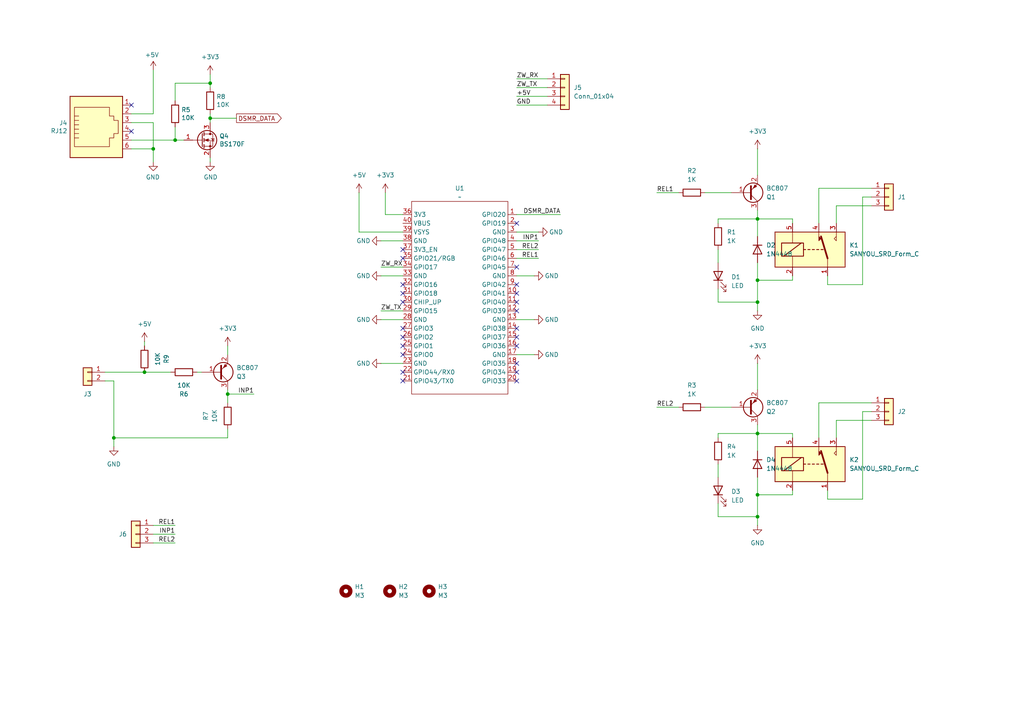
<source format=kicad_sch>
(kicad_sch (version 20250114) (generator "eeschema") (generator_version "9.0")
  (paper "A4")
  (lib_symbols
    (symbol "Connector:RJ12" (pin_names (offset 1.016))
      (property "Reference" "J" (at -5.08 11.43 0))
      (property "Value" "RJ12" (at 2.54 11.43 0))
      (symbol "RJ12_0_1"
        (polyline (pts (xy -6.35 3.175) (xy -5.08 3.175) (xy -5.08 3.175)))
        (polyline (pts (xy -6.35 1.905) (xy -5.08 1.905) (xy -5.08 1.905)))
        (polyline (pts (xy -6.35 0.635) (xy -5.08 0.635) (xy -5.08 0.635)))
        (polyline (pts (xy -6.35 -0.635) (xy -5.08 -0.635) (xy -5.08 -0.635)))
        (polyline (pts (xy -6.35 -1.905) (xy -5.08 -1.905) (xy -5.08 -1.905)))
        (polyline (pts (xy -6.35 -4.445) (xy -6.35 6.985) (xy 3.81 6.985) (xy 3.81 4.445) (xy 5.08 4.445) (xy 5.08 3.175) (xy 6.35 3.175) (xy 6.35 -0.635) (xy 5.08 -0.635) (xy 5.08 -1.905) (xy 3.81 -1.905) (xy 3.81 -4.445) (xy -6.35 -4.445) (xy -6.35 -4.445)))
        (polyline (pts (xy -5.08 4.445) (xy -6.35 4.445) (xy -6.35 4.445)))
        (rectangle (start 7.62 10.16) (end -7.62 -7.62) (stroke (width 0.254)) (fill (type background)))
      )
      (symbol "RJ12_1_1"
        (pin passive line (at 10.16 7.62 180) (length 2.54) (name "~") (number "6"))
        (pin passive line (at 10.16 5.08 180) (length 2.54) (name "~") (number "5"))
        (pin passive line (at 10.16 2.54 180) (length 2.54) (name "~") (number "4"))
        (pin passive line (at 10.16 0 180) (length 2.54) (name "~") (number "3"))
        (pin passive line (at 10.16 -2.54 180) (length 2.54) (name "~") (number "2"))
        (pin passive line (at 10.16 -5.08 180) (length 2.54) (name "~") (number "1"))
      )
    )
    (symbol "Connector_Generic:Conn_01x02" (pin_names (offset 1.016) (hide yes))
      (property "Reference" "J" (at 0 2.54 0))
      (property "Value" "Conn_01x02" (at 0 -5.08 0))
      (symbol "Conn_01x02_1_1"
        (rectangle (start -1.27 1.27) (end 1.27 -3.81) (stroke (width 0.254)) (fill (type background)))
        (rectangle (start -1.27 0.127) (end 0 -0.127) (stroke (width 0.1524)))
        (rectangle (start -1.27 -2.413) (end 0 -2.667) (stroke (width 0.1524)))
        (pin passive line (at -5.08 0 0) (length 3.81) (name "Pin_1") (number "1"))
        (pin passive line (at -5.08 -2.54 0) (length 3.81) (name "Pin_2") (number "2"))
      )
    )
    (symbol "Connector_Generic:Conn_01x03" (pin_names (offset 1.016) (hide yes))
      (property "Reference" "J" (at 0 5.08 0))
      (property "Value" "Conn_01x03" (at 0 -5.08 0))
      (symbol "Conn_01x03_1_1"
        (rectangle (start -1.27 3.81) (end 1.27 -3.81) (stroke (width 0.254)) (fill (type background)))
        (rectangle (start -1.27 2.667) (end 0 2.413) (stroke (width 0.1524)))
        (rectangle (start -1.27 0.127) (end 0 -0.127) (stroke (width 0.1524)))
        (rectangle (start -1.27 -2.413) (end 0 -2.667) (stroke (width 0.1524)))
        (pin passive line (at -5.08 2.54 0) (length 3.81) (name "Pin_1") (number "1"))
        (pin passive line (at -5.08 0 0) (length 3.81) (name "Pin_2") (number "2"))
        (pin passive line (at -5.08 -2.54 0) (length 3.81) (name "Pin_3") (number "3"))
      )
    )
    (symbol "Connector_Generic:Conn_01x04" (pin_names (offset 1.016) (hide yes))
      (property "Reference" "J" (at 0 5.08 0))
      (property "Value" "Conn_01x04" (at 0 -7.62 0))
      (symbol "Conn_01x04_1_1"
        (rectangle (start -1.27 3.81) (end 1.27 -6.35) (stroke (width 0.254)) (fill (type background)))
        (rectangle (start -1.27 2.667) (end 0 2.413) (stroke (width 0.1524)))
        (rectangle (start -1.27 0.127) (end 0 -0.127) (stroke (width 0.1524)))
        (rectangle (start -1.27 -2.413) (end 0 -2.667) (stroke (width 0.1524)))
        (rectangle (start -1.27 -4.953) (end 0 -5.207) (stroke (width 0.1524)))
        (pin passive line (at -5.08 2.54 0) (length 3.81) (name "Pin_1") (number "1"))
        (pin passive line (at -5.08 0 0) (length 3.81) (name "Pin_2") (number "2"))
        (pin passive line (at -5.08 -2.54 0) (length 3.81) (name "Pin_3") (number "3"))
        (pin passive line (at -5.08 -5.08 0) (length 3.81) (name "Pin_4") (number "4"))
      )
    )
    (symbol "Device:LED" (pin_numbers (hide yes)) (pin_names (offset 1.016) (hide yes))
      (property "Reference" "D" (at 0 2.54 0))
      (property "Value" "LED" (at 0 -2.54 0))
      (symbol "LED_0_1"
        (polyline (pts (xy -3.048 -0.762) (xy -4.572 -2.286) (xy -3.81 -2.286) (xy -4.572 -2.286) (xy -4.572 -1.524)))
        (polyline (pts (xy -1.778 -0.762) (xy -3.302 -2.286) (xy -2.54 -2.286) (xy -3.302 -2.286) (xy -3.302 -1.524)))
        (polyline (pts (xy -1.27 0) (xy 1.27 0)))
        (polyline (pts (xy -1.27 -1.27) (xy -1.27 1.27)) (stroke (width 0.254)))
        (polyline (pts (xy 1.27 -1.27) (xy 1.27 1.27) (xy -1.27 0) (xy 1.27 -1.27)) (stroke (width 0.254)))
      )
      (symbol "LED_1_1"
        (pin passive line (at -3.81 0 0) (length 2.54) (name "K") (number "1"))
        (pin passive line (at 3.81 0 180) (length 2.54) (name "A") (number "2"))
      )
    )
    (symbol "Device:R" (pin_numbers (hide yes)) (pin_names (offset 0))
      (property "Reference" "R" (at 2.032 0 90))
      (property "Value" "R" (at 0 0 90))
      (symbol "R_0_1"
        (rectangle (start -1.016 -2.54) (end 1.016 2.54) (stroke (width 0.254)))
      )
      (symbol "R_1_1"
        (pin passive line (at 0 3.81 270) (length 1.27) (name "~") (number "1"))
        (pin passive line (at 0 -3.81 90) (length 1.27) (name "~") (number "2"))
      )
    )
    (symbol "Diode:1N4448" (pin_numbers (hide yes)) (pin_names (hide yes))
      (property "Reference" "D" (at 0 2.54 0))
      (property "Value" "1N4448" (at 0 -2.54 0))
      (symbol "1N4448_0_1"
        (polyline (pts (xy -1.27 1.27) (xy -1.27 -1.27)) (stroke (width 0.254)))
        (polyline (pts (xy 1.27 1.27) (xy 1.27 -1.27) (xy -1.27 0) (xy 1.27 1.27)) (stroke (width 0.254)))
        (polyline (pts (xy 1.27 0) (xy -1.27 0)))
      )
      (symbol "1N4448_1_1"
        (pin passive line (at -3.81 0 0) (length 2.54) (name "K") (number "1"))
        (pin passive line (at 3.81 0 180) (length 2.54) (name "A") (number "2"))
      )
    )
    (symbol "MCU_Module:ESP32-ETH"
      (property "Reference" "U" (at 1.524 28.956 0))
      (symbol "ESP32-ETH_0_1"
        (rectangle (start -13.97 27.94) (end 13.97 -27.94))
      )
      (symbol "ESP32-ETH_1_0"
        (pin power_out line (at -16.51 24.13 0) (length 2.54) (name "3V3") (number "36"))
        (pin input line (at -16.51 21.59 0) (length 2.54) (name "VBUS") (number "40"))
        (pin input line (at -16.51 19.05 0) (length 2.54) (name "VSYS") (number "39"))
        (pin power_out line (at -16.51 16.51 0) (length 2.54) (name "GND") (number "38"))
        (pin output line (at -16.51 13.97 0) (length 2.54) (name "3V3_EN") (number "37"))
        (pin input line (at -16.51 11.43 0) (length 2.54) (name "GPIO21/RGB") (number "35"))
        (pin input line (at -16.51 8.89 0) (length 2.54) (name "GPIO17") (number "34"))
        (pin input line (at -16.51 6.35 0) (length 2.54) (name "GND") (number "33"))
        (pin input line (at -16.51 3.81 0) (length 2.54) (name "GPIO16") (number "32"))
        (pin input line (at -16.51 1.27 0) (length 2.54) (name "GPIO18") (number "31"))
        (pin input line (at -16.51 -1.27 0) (length 2.54) (name "CHIP_UP") (number "30"))
        (pin input line (at -16.51 -3.81 0) (length 2.54) (name "GPIO15") (number "29"))
        (pin power_out line (at -16.51 -6.35 0) (length 2.54) (name "GND") (number "28"))
        (pin input line (at -16.51 -8.89 0) (length 2.54) (name "GPIO3") (number "27"))
        (pin input line (at -16.51 -11.43 0) (length 2.54) (name "GPIO2") (number "26"))
        (pin input line (at -16.51 -13.97 0) (length 2.54) (name "GPIO1") (number "25"))
        (pin input line (at -16.51 -16.51 0) (length 2.54) (name "GPIO0") (number "24"))
        (pin power_out line (at -16.51 -19.05 0) (length 2.54) (name "GND") (number "23"))
        (pin input line (at -16.51 -21.59 0) (length 2.54) (name "GPIO44/RX0") (number "22"))
        (pin input line (at -16.51 -24.13 0) (length 2.54) (name "GPIO43/TX0") (number "21"))
        (pin input line (at 16.51 19.05 180) (length 2.54) (name "GND") (number "3"))
        (pin input line (at 16.51 16.51 180) (length 2.54) (name "GPIO48") (number "4"))
        (pin input line (at 16.51 13.97 180) (length 2.54) (name "GPIO47") (number "5"))
        (pin input line (at 16.51 11.43 180) (length 2.54) (name "GPIO46") (number "6"))
        (pin input line (at 16.51 8.89 180) (length 2.54) (name "GPIO45") (number "7"))
        (pin power_out line (at 16.51 6.35 180) (length 2.54) (name "GND") (number "8"))
        (pin input line (at 16.51 3.81 180) (length 2.54) (name "GPIO42") (number "9"))
        (pin input line (at 16.51 1.27 180) (length 2.54) (name "GPIO41") (number "10"))
        (pin input line (at 16.51 -1.27 180) (length 2.54) (name "GPIO40") (number "11"))
        (pin input line (at 16.51 -3.81 180) (length 2.54) (name "GPIO39") (number "12"))
        (pin power_out line (at 16.51 -6.35 180) (length 2.54) (name "GND") (number "13"))
        (pin input line (at 16.51 -8.89 180) (length 2.54) (name "GPIO38") (number "14"))
        (pin input line (at 16.51 -11.43 180) (length 2.54) (name "GPIO37") (number "15"))
        (pin input line (at 16.51 -13.97 180) (length 2.54) (name "GPIO36") (number "16"))
        (pin input line (at 16.51 -16.51 180) (length 2.54) (name "GND") (number "17"))
        (pin input line (at 16.51 -19.05 180) (length 2.54) (name "GPIO35") (number "18"))
        (pin input line (at 16.51 -21.59 180) (length 2.54) (name "GPIO34") (number "19"))
        (pin input line (at 16.51 -24.13 180) (length 2.54) (name "GPIO33") (number "20"))
      )
      (symbol "ESP32-ETH_1_1"
        (pin input line (at 16.51 24.13 180) (length 2.54) (name "GPIO20") (number "1"))
        (pin input line (at 16.51 21.59 180) (length 2.54) (name "GPIO19") (number "2"))
      )
    )
    (symbol "Mechanical:MountingHole" (pin_names (offset 1.016)) (exclude_from_sim yes) (in_bom no)
      (property "Reference" "H" (at 0 5.08 0))
      (property "Value" "MountingHole" (at 0 3.175 0))
      (symbol "MountingHole_0_1"
        (circle (center 0 0) (radius 1.27) (stroke (width 1.27)))
      )
    )
    (symbol "Relay:SANYOU_SRD_Form_C"
      (property "Reference" "K" (at 11.43 3.81 0))
      (property "Value" "SANYOU_SRD_Form_C" (at 11.43 1.27 0))
      (symbol "SANYOU_SRD_Form_C_0_0"
        (polyline (pts (xy 7.62 5.08) (xy 7.62 2.54) (xy 6.985 3.175) (xy 7.62 3.81)))
      )
      (symbol "SANYOU_SRD_Form_C_0_1"
        (rectangle (start -10.16 5.08) (end 10.16 -5.08) (stroke (width 0.254)) (fill (type background)))
        (rectangle (start -8.255 1.905) (end -1.905 -1.905) (stroke (width 0.254)))
        (polyline (pts (xy -7.62 -1.905) (xy -2.54 1.905)) (stroke (width 0.254)))
        (polyline (pts (xy -5.08 5.08) (xy -5.08 1.905)))
        (polyline (pts (xy -5.08 -5.08) (xy -5.08 -1.905)))
        (polyline (pts (xy -1.905 0) (xy -1.27 0)) (stroke (width 0.254)))
        (polyline (pts (xy -0.635 0) (xy 0 0)) (stroke (width 0.254)))
        (polyline (pts (xy 0.635 0) (xy 1.27 0)) (stroke (width 0.254)))
        (polyline (pts (xy 1.905 0) (xy 2.54 0)) (stroke (width 0.254)))
        (polyline (pts (xy 3.175 0) (xy 3.81 0)) (stroke (width 0.254)))
        (polyline (pts (xy 5.08 -2.54) (xy 3.175 3.81)) (stroke (width 0.508)))
        (polyline (pts (xy 5.08 -2.54) (xy 5.08 -5.08)))
      )
      (symbol "SANYOU_SRD_Form_C_1_1"
        (polyline (pts (xy 2.54 3.81) (xy 3.175 3.175) (xy 2.54 2.54) (xy 2.54 5.08)) (fill (type outline)))
        (pin passive line (at -5.08 7.62 270) (length 2.54) (name "~") (number "5"))
        (pin passive line (at -5.08 -7.62 90) (length 2.54) (name "~") (number "2"))
        (pin passive line (at 2.54 7.62 270) (length 2.54) (name "~") (number "4"))
        (pin passive line (at 5.08 -7.62 90) (length 2.54) (name "~") (number "1"))
        (pin passive line (at 7.62 7.62 270) (length 2.54) (name "~") (number "3"))
      )
    )
    (symbol "Transistor_BJT:BC807" (pin_names (offset 0) (hide yes))
      (property "Reference" "Q" (at 5.08 1.905 0))
      (property "Value" "BC807" (at 5.08 0 0))
      (symbol "BC807_0_1"
        (polyline (pts (xy 0.635 1.905) (xy 0.635 -1.905) (xy 0.635 -1.905)) (stroke (width 0.508)))
        (polyline (pts (xy 0.635 0.635) (xy 2.54 2.54)))
        (polyline (pts (xy 0.635 -0.635) (xy 2.54 -2.54) (xy 2.54 -2.54)))
        (circle (center 1.27 0) (radius 2.8194) (stroke (width 0.254)))
        (polyline (pts (xy 2.286 -1.778) (xy 1.778 -2.286) (xy 1.27 -1.27) (xy 2.286 -1.778) (xy 2.286 -1.778)) (fill (type outline)))
      )
      (symbol "BC807_1_1"
        (pin input line (at -5.08 0 0) (length 5.715) (name "B") (number "1"))
        (pin passive line (at 2.54 5.08 270) (length 2.54) (name "C") (number "3"))
        (pin passive line (at 2.54 -5.08 90) (length 2.54) (name "E") (number "2"))
      )
    )
    (symbol "Transistor_FET:BS170F" (pin_names (hide yes))
      (property "Reference" "Q" (at 5.08 1.905 0))
      (property "Value" "BS170F" (at 5.08 0 0))
      (symbol "BS170F_0_1"
        (polyline (pts (xy 0.254 1.905) (xy 0.254 -1.905)) (stroke (width 0.254)))
        (polyline (pts (xy 0.254 0) (xy -2.54 0)))
        (polyline (pts (xy 0.762 2.286) (xy 0.762 1.27)) (stroke (width 0.254)))
        (polyline (pts (xy 0.762 0.508) (xy 0.762 -0.508)) (stroke (width 0.254)))
        (polyline (pts (xy 0.762 -1.27) (xy 0.762 -2.286)) (stroke (width 0.254)))
        (polyline (pts (xy 0.762 -1.778) (xy 3.302 -1.778) (xy 3.302 1.778) (xy 0.762 1.778)))
        (polyline (pts (xy 1.016 0) (xy 2.032 0.381) (xy 2.032 -0.381) (xy 1.016 0)) (fill (type outline)))
        (circle (center 1.651 0) (radius 2.794) (stroke (width 0.254)))
        (polyline (pts (xy 2.54 2.54) (xy 2.54 1.778)))
        (circle (center 2.54 1.778) (radius 0.254) (fill (type outline)))
        (circle (center 2.54 -1.778) (radius 0.254) (fill (type outline)))
        (polyline (pts (xy 2.54 -2.54) (xy 2.54 0) (xy 0.762 0)))
        (polyline (pts (xy 2.794 0.508) (xy 2.921 0.381) (xy 3.683 0.381) (xy 3.81 0.254)))
        (polyline (pts (xy 3.302 0.381) (xy 2.921 -0.254) (xy 3.683 -0.254) (xy 3.302 0.381)))
      )
      (symbol "BS170F_1_1"
        (pin input line (at -5.08 0 0) (length 2.54) (name "G") (number "1"))
        (pin passive line (at 2.54 5.08 270) (length 2.54) (name "D") (number "3"))
        (pin passive line (at 2.54 -5.08 90) (length 2.54) (name "S") (number "2"))
      )
    )
    (symbol "power:+3V3" (power) (pin_numbers (hide yes)) (pin_names (offset 0) (hide yes))
      (property "Value" "+3V3" (at 0 3.556 0))
      (symbol "+3V3_0_1"
        (polyline (pts (xy -0.762 1.27) (xy 0 2.54)))
        (polyline (pts (xy 0 2.54) (xy 0.762 1.27)))
        (polyline (pts (xy 0 0) (xy 0 2.54)))
      )
      (symbol "+3V3_1_1"
        (pin power_in line (at 0 0 90) (length 0) (name "~") (number "1"))
      )
    )
    (symbol "power:+5V" (power) (pin_numbers (hide yes)) (pin_names (offset 0) (hide yes))
      (property "Value" "+5V" (at 0 3.556 0))
      (symbol "+5V_0_1"
        (polyline (pts (xy -0.762 1.27) (xy 0 2.54)))
        (polyline (pts (xy 0 2.54) (xy 0.762 1.27)))
        (polyline (pts (xy 0 0) (xy 0 2.54)))
      )
      (symbol "+5V_1_1"
        (pin power_in line (at 0 0 90) (length 0) (name "~") (number "1"))
      )
    )
    (symbol "power:GND" (power) (pin_numbers (hide yes)) (pin_names (offset 0) (hide yes))
      (property "Value" "GND" (at 0 -3.81 0))
      (symbol "GND_0_1"
        (polyline (pts (xy 0 0) (xy 0 -1.27) (xy 1.27 -1.27) (xy 0 -2.54) (xy -1.27 -1.27) (xy 0 -1.27)))
      )
      (symbol "GND_1_1"
        (pin power_in line (at 0 0 270) (length 0) (name "~") (number "1"))
      )
    )
  )
  (junction (at 219.71 63.5))
  (junction (at 44.45 43.18))
  (junction (at 219.71 81.28))
  (junction (at 219.71 143.51))
  (junction (at 33.02 127))
  (junction (at 66.04 114.3))
  (junction (at 60.96 34.29))
  (junction (at 219.71 149.86))
  (junction (at 219.71 87.63))
  (junction (at 60.96 24.13))
  (junction (at 41.91 107.95))
  (junction (at 219.71 125.73))
  (junction (at 50.8 40.64))
  (no_connect (at 116.84 110.49))
  (no_connect (at 38.1 30.48))
  (no_connect (at 116.84 95.25))
  (no_connect (at 149.86 77.47))
  (no_connect (at 116.84 74.93))
  (no_connect (at 116.84 85.09))
  (no_connect (at 149.86 100.33))
  (no_connect (at 116.84 82.55))
  (no_connect (at 149.86 110.49))
  (no_connect (at 149.86 87.63))
  (no_connect (at 38.1 38.1))
  (no_connect (at 149.86 95.25))
  (no_connect (at 149.86 64.77))
  (no_connect (at 116.84 97.79))
  (no_connect (at 116.84 107.95))
  (no_connect (at 116.84 87.63))
  (no_connect (at 149.86 90.17))
  (no_connect (at 149.86 82.55))
  (no_connect (at 149.86 107.95))
  (no_connect (at 116.84 100.33))
  (no_connect (at 149.86 97.79))
  (no_connect (at 116.84 102.87))
  (no_connect (at 149.86 85.09))
  (no_connect (at 116.84 72.39))
  (no_connect (at 149.86 105.41))
  (wire (pts (xy 242.57 121.92) (xy 252.73 121.92)))
  (wire (pts (xy 60.96 33.02) (xy 60.96 34.29)))
  (wire (pts (xy 208.28 149.86) (xy 219.71 149.86)))
  (wire (pts (xy 149.86 80.01) (xy 154.94 80.01)))
  (wire (pts (xy 219.71 125.73) (xy 229.87 125.73)))
  (wire (pts (xy 60.96 45.72) (xy 60.96 46.99)))
  (wire (pts (xy 208.28 134.62) (xy 208.28 138.43)))
  (wire (pts (xy 33.02 110.49) (xy 33.02 127)))
  (wire (pts (xy 229.87 80.01) (xy 229.87 81.28)))
  (wire (pts (xy 237.49 54.61) (xy 237.49 64.77)))
  (wire (pts (xy 219.71 149.86) (xy 219.71 152.4)))
  (wire (pts (xy 60.96 34.29) (xy 60.96 35.56)))
  (wire (pts (xy 229.87 127) (xy 229.87 125.73)))
  (wire (pts (xy 219.71 63.5) (xy 219.71 68.58)))
  (wire (pts (xy 237.49 116.84) (xy 237.49 127)))
  (wire (pts (xy 104.14 67.31) (xy 104.14 55.88)))
  (wire (pts (xy 252.73 119.38) (xy 250.19 119.38)))
  (wire (pts (xy 208.28 87.63) (xy 219.71 87.63)))
  (wire (pts (xy 60.96 21.59) (xy 60.96 24.13)))
  (wire (pts (xy 149.86 25.4) (xy 158.75 25.4)))
  (wire (pts (xy 208.28 63.5) (xy 219.71 63.5)))
  (wire (pts (xy 219.71 81.28) (xy 219.71 87.63)))
  (wire (pts (xy 250.19 57.15) (xy 250.19 82.55)))
  (wire (pts (xy 66.04 114.3) (xy 73.66 114.3)))
  (wire (pts (xy 229.87 64.77) (xy 229.87 63.5)))
  (wire (pts (xy 149.86 102.87) (xy 154.94 102.87)))
  (wire (pts (xy 44.45 152.4) (xy 50.8 152.4)))
  (wire (pts (xy 204.47 55.88) (xy 212.09 55.88)))
  (wire (pts (xy 66.04 100.33) (xy 66.04 102.87)))
  (wire (pts (xy 204.47 118.11) (xy 212.09 118.11)))
  (wire (pts (xy 53.34 40.64) (xy 50.8 40.64)))
  (wire (pts (xy 66.04 124.46) (xy 66.04 127)))
  (wire (pts (xy 242.57 64.77) (xy 242.57 59.69)))
  (wire (pts (xy 219.71 81.28) (xy 229.87 81.28)))
  (wire (pts (xy 190.5 118.11) (xy 196.85 118.11)))
  (wire (pts (xy 33.02 127) (xy 33.02 129.54)))
  (wire (pts (xy 44.45 20.32) (xy 44.45 33.02)))
  (wire (pts (xy 50.8 40.64) (xy 50.8 36.83)))
  (wire (pts (xy 219.71 138.43) (xy 219.71 143.51)))
  (wire (pts (xy 110.49 90.17) (xy 116.84 90.17)))
  (wire (pts (xy 38.1 43.18) (xy 44.45 43.18)))
  (wire (pts (xy 44.45 33.02) (xy 38.1 33.02)))
  (wire (pts (xy 68.58 34.29) (xy 60.96 34.29)))
  (wire (pts (xy 44.45 154.94) (xy 50.8 154.94)))
  (wire (pts (xy 110.49 77.47) (xy 116.84 77.47)))
  (wire (pts (xy 250.19 82.55) (xy 240.03 82.55)))
  (wire (pts (xy 149.86 67.31) (xy 156.21 67.31)))
  (wire (pts (xy 190.5 55.88) (xy 196.85 55.88)))
  (wire (pts (xy 250.19 144.78) (xy 240.03 144.78)))
  (wire (pts (xy 110.49 92.71) (xy 116.84 92.71)))
  (wire (pts (xy 219.71 123.19) (xy 219.71 125.73)))
  (wire (pts (xy 149.86 74.93) (xy 156.21 74.93)))
  (wire (pts (xy 44.45 157.48) (xy 50.8 157.48)))
  (wire (pts (xy 219.71 63.5) (xy 229.87 63.5)))
  (wire (pts (xy 149.86 30.48) (xy 158.75 30.48)))
  (wire (pts (xy 41.91 107.95) (xy 49.53 107.95)))
  (wire (pts (xy 252.73 54.61) (xy 237.49 54.61)))
  (wire (pts (xy 30.48 107.95) (xy 41.91 107.95)))
  (wire (pts (xy 208.28 125.73) (xy 219.71 125.73)))
  (wire (pts (xy 208.28 72.39) (xy 208.28 76.2)))
  (wire (pts (xy 44.45 35.56) (xy 44.45 43.18)))
  (wire (pts (xy 208.28 146.05) (xy 208.28 149.86)))
  (wire (pts (xy 149.86 69.85) (xy 156.21 69.85)))
  (wire (pts (xy 149.86 72.39) (xy 156.21 72.39)))
  (wire (pts (xy 38.1 40.64) (xy 50.8 40.64)))
  (wire (pts (xy 66.04 113.03) (xy 66.04 114.3)))
  (wire (pts (xy 38.1 35.56) (xy 44.45 35.56)))
  (wire (pts (xy 219.71 76.2) (xy 219.71 81.28)))
  (wire (pts (xy 208.28 125.73) (xy 208.28 127)))
  (wire (pts (xy 208.28 63.5) (xy 208.28 64.77)))
  (wire (pts (xy 229.87 142.24) (xy 229.87 143.51)))
  (wire (pts (xy 44.45 43.18) (xy 44.45 46.99)))
  (wire (pts (xy 66.04 127) (xy 33.02 127)))
  (wire (pts (xy 50.8 24.13) (xy 60.96 24.13)))
  (wire (pts (xy 50.8 29.21) (xy 50.8 24.13)))
  (wire (pts (xy 240.03 82.55) (xy 240.03 80.01)))
  (wire (pts (xy 242.57 59.69) (xy 252.73 59.69)))
  (wire (pts (xy 219.71 43.18) (xy 219.71 50.8)))
  (wire (pts (xy 110.49 105.41) (xy 116.84 105.41)))
  (wire (pts (xy 41.91 99.06) (xy 41.91 100.33)))
  (wire (pts (xy 116.84 67.31) (xy 104.14 67.31)))
  (wire (pts (xy 240.03 144.78) (xy 240.03 142.24)))
  (wire (pts (xy 219.71 60.96) (xy 219.71 63.5)))
  (wire (pts (xy 219.71 143.51) (xy 229.87 143.51)))
  (wire (pts (xy 66.04 114.3) (xy 66.04 116.84)))
  (wire (pts (xy 110.49 80.01) (xy 116.84 80.01)))
  (wire (pts (xy 110.49 69.85) (xy 116.84 69.85)))
  (wire (pts (xy 149.86 62.23) (xy 162.56 62.23)))
  (wire (pts (xy 149.86 22.86) (xy 158.75 22.86)))
  (wire (pts (xy 57.15 107.95) (xy 58.42 107.95)))
  (wire (pts (xy 60.96 24.13) (xy 60.96 25.4)))
  (wire (pts (xy 219.71 143.51) (xy 219.71 149.86)))
  (wire (pts (xy 208.28 83.82) (xy 208.28 87.63)))
  (wire (pts (xy 250.19 119.38) (xy 250.19 144.78)))
  (wire (pts (xy 219.71 87.63) (xy 219.71 90.17)))
  (wire (pts (xy 219.71 125.73) (xy 219.71 130.81)))
  (wire (pts (xy 242.57 127) (xy 242.57 121.92)))
  (wire (pts (xy 149.86 27.94) (xy 158.75 27.94)))
  (wire (pts (xy 219.71 105.41) (xy 219.71 113.03)))
  (wire (pts (xy 30.48 110.49) (xy 33.02 110.49)))
  (wire (pts (xy 252.73 116.84) (xy 237.49 116.84)))
  (wire (pts (xy 252.73 57.15) (xy 250.19 57.15)))
  (wire (pts (xy 111.76 55.88) (xy 111.76 62.23)))
  (wire (pts (xy 111.76 62.23) (xy 116.84 62.23)))
  (wire (pts (xy 149.86 92.71) (xy 154.94 92.71)))
  (label "REL2" (at 156.21 72.39 180))
  (label "GND" (at 149.86 30.48 0))
  (label "ZW_RX" (at 149.86 22.86 0))
  (label "REL1" (at 50.8 152.4 180))
  (label "REL2" (at 190.5 118.11 0))
  (label "REL1" (at 156.21 74.93 180))
  (label "ZW_RX" (at 110.49 77.47 0))
  (label "+5V" (at 149.86 27.94 0))
  (label "INP1" (at 73.66 114.3 180))
  (label "REL2" (at 50.8 157.48 180))
  (label "ZW_TX" (at 149.86 25.4 0))
  (label "REL1" (at 190.5 55.88 0))
  (label "DSMR_DATA" (at 162.56 62.23 180))
  (label "INP1" (at 50.8 154.94 180))
  (label "INP1" (at 156.21 69.85 180))
  (label "ZW_TX" (at 110.49 90.17 0))
  (global_label "DSMR_DATA" (shape output) (at 68.58 34.29 0) (property "Intersheetrefs" "${INTERSHEET_REFS}" (effects (hide yes))))
  (symbol (lib_id "Diode:1N4448") (at 219.71 72.39 90) (mirror x) (unit 1)
    (property "Reference" "D2" (at 222.25 71.1199 90) (effects (justify right)))
    (property "Value" "1N4448" (at 222.25 73.6599 90) (effects (justify right)))
    (property "Footprint" "Diode_THT:D_DO-35_SOD27_P7.62mm_Horizontal" (effects (hide yes)))
    (property "Datasheet" "https://assets.nexperia.com/documents/data-sheet/1N4148_1N4448.pdf" (effects (hide yes)))
    (property "Description" "100V 0.15A High-speed standard diode, DO-35" (effects (hide yes)))
    (property "Sim.Device" "D" (effects (hide yes)))
    (property "Sim.Pins" "1=K 2=A" (effects (hide yes)))
  )
  (symbol (lib_id "power:GND") (at 154.94 92.71 90) (unit 1)
    (property "Reference" "#PWR07" (effects (hide yes)))
    (property "Value" "GND" (at 160.02 92.71 90))
    (property "Description" "Power symbol creates a global label with name \"GND\" , ground" (effects (hide yes)))
  )
  (symbol (lib_id "Device:R") (at 208.28 68.58 0) (unit 1)
    (property "Reference" "R1" (at 210.82 67.3099 0) (effects (justify left)))
    (property "Value" "1K" (at 210.82 69.8499 0) (effects (justify left)))
    (property "Footprint" "Resistor_SMD:R_0603_1608Metric" (effects (hide yes)))
    (property "Description" "Resistor" (effects (hide yes)))
  )
  (symbol (lib_id "power:+3V3") (at 111.76 55.88 0) (unit 1)
    (property "Reference" "#PWR013" (effects (hide yes)))
    (property "Value" "+3V3" (at 111.76 50.8 0))
    (property "Description" "Power symbol creates a global label with name \"+3V3\"" (effects (hide yes)))
  )
  (symbol (lib_id "power:+3V3") (at 41.91 99.06 0) (unit 1)
    (property "Reference" "#PWR021" (effects (hide yes)))
    (property "Value" "+5V" (at 41.91 93.98 0))
    (property "Description" "Power symbol creates a global label with name \"+3V3\"" (effects (hide yes)))
  )
  (symbol (lib_id "Device:R") (at 66.04 120.65 0) (mirror y) (unit 1)
    (property "Reference" "R7" (at 59.69 120.65 90))
    (property "Value" "10K" (at 62.23 120.65 90))
    (property "Footprint" "Resistor_SMD:R_0603_1608Metric" (effects (hide yes)))
    (property "Description" "Resistor" (effects (hide yes)))
  )
  (symbol (lib_id "Mechanical:MountingHole") (at 100.33 171.45 0) (unit 1) (exclude_from_sim yes) (in_bom no)
    (property "Reference" "H1" (at 102.87 170.1799 0) (effects (justify left)))
    (property "Value" "M3" (at 102.87 172.7199 0) (effects (justify left)))
    (property "Footprint" "MountingHole:MountingHole_3.2mm_M3" (effects (hide yes)))
    (property "Description" "Mounting Hole without connection" (effects (hide yes)))
  )
  (symbol (lib_id "Device:R") (at 60.96 29.21 0) (unit 1)
    (property "Reference" "R8" (at 62.738 28.0416 0) (effects (justify left)))
    (property "Value" "10K" (at 62.738 30.353 0) (effects (justify left)))
    (property "Footprint" "Resistor_SMD:R_0603_1608Metric" (effects (hide yes)))
  )
  (symbol (lib_id "power:GND") (at 154.94 80.01 90) (unit 1)
    (property "Reference" "#PWR06" (effects (hide yes)))
    (property "Value" "GND" (at 160.02 80.01 90))
    (property "Description" "Power symbol creates a global label with name \"GND\" , ground" (effects (hide yes)))
  )
  (symbol (lib_id "Connector_Generic:Conn_01x02") (at 25.4 107.95 0) (mirror y) (unit 1)
    (property "Reference" "J3" (at 25.4 114.3 0))
    (property "Value" "Screw_Terminal_01x02" (effects (hide yes)))
    (property "Footprint" "Connector_PinHeader_2.54mm:PinHeader_1x02_P2.54mm_Vertical" (effects (hide yes)))
    (property "Description" "Generic connector, single row, 01x02, script generated (kicad-library-utils/schlib/autogen/connector/)" (effects (hide yes)))
  )
  (symbol (lib_id "Mechanical:MountingHole") (at 113.03 171.45 0) (unit 1) (exclude_from_sim yes) (in_bom no)
    (property "Reference" "H2" (at 115.57 170.1799 0) (effects (justify left)))
    (property "Value" "M3" (at 115.57 172.7199 0) (effects (justify left)))
    (property "Footprint" "MountingHole:MountingHole_3.2mm_M3" (effects (hide yes)))
    (property "Description" "Mounting Hole without connection" (effects (hide yes)))
  )
  (symbol (lib_id "Mechanical:MountingHole") (at 124.46 171.45 0) (unit 1) (exclude_from_sim yes) (in_bom no)
    (property "Reference" "H3" (at 127 170.1799 0) (effects (justify left)))
    (property "Value" "M3" (at 127 172.7199 0) (effects (justify left)))
    (property "Footprint" "MountingHole:MountingHole_3.2mm_M3" (effects (hide yes)))
    (property "Description" "Mounting Hole without connection" (effects (hide yes)))
  )
  (symbol (lib_id "Connector_Generic:Conn_01x03") (at 257.81 57.15 0) (unit 1)
    (property "Reference" "J1" (at 260.35 57.1499 0) (effects (justify left)))
    (property "Value" "Screw_Terminal_01x03" (effects (hide yes)))
    (property "Footprint" "Connector_PinHeader_2.54mm:PinHeader_1x03_P2.54mm_Vertical" (effects (hide yes)))
    (property "Description" "Generic connector, single row, 01x03, script generated (kicad-library-utils/schlib/autogen/connector/)" (effects (hide yes)))
  )
  (symbol (lib_id "power:GND") (at 110.49 105.41 270) (mirror x) (unit 1)
    (property "Reference" "#PWR09" (effects (hide yes)))
    (property "Value" "GND" (at 105.41 105.41 90))
    (property "Description" "Power symbol creates a global label with name \"GND\" , ground" (effects (hide yes)))
  )
  (symbol (lib_id "Device:R") (at 200.66 118.11 90) (unit 1)
    (property "Reference" "R3" (at 200.66 111.76 90))
    (property "Value" "1K" (at 200.66 114.3 90))
    (property "Footprint" "Resistor_SMD:R_0603_1608Metric" (effects (hide yes)))
    (property "Description" "Resistor" (effects (hide yes)))
  )
  (symbol (lib_id "Relay:SANYOU_SRD_Form_C") (at 234.95 134.62 0) (unit 1)
    (property "Reference" "K2" (at 246.38 133.3499 0) (effects (justify left)))
    (property "Value" "SANYOU_SRD_Form_C" (at 246.38 135.8899 0) (effects (justify left)))
    (property "Footprint" "Relay_THT:Relay_SPDT_SANYOU_SRD_Series_Form_C" (effects (hide yes)))
    (property "Datasheet" "http://www.sanyourelay.ca/public/products/pdf/SRD.pdf" (effects (hide yes)))
    (property "Description" "Sanyo SRD relay, Single Pole Miniature Power Relay," (effects (hide yes)))
  )
  (symbol (lib_id "power:+5V") (at 44.45 20.32 0) (mirror y) (unit 1)
    (property "Reference" "#PWR019" (effects (hide yes)))
    (property "Value" "+5V" (at 44.069 15.9258 0))
  )
  (symbol (lib_id "Device:R") (at 50.8 33.02 0) (unit 1)
    (property "Reference" "R5" (at 52.578 31.8516 0) (effects (justify left)))
    (property "Value" "10K" (at 52.578 34.163 0) (effects (justify left)))
    (property "Footprint" "Resistor_SMD:R_0603_1608Metric" (effects (hide yes)))
  )
  (symbol (lib_id "Device:R") (at 53.34 107.95 90) (mirror x) (unit 1)
    (property "Reference" "R6" (at 53.34 114.3 90))
    (property "Value" "10K" (at 53.34 111.76 90))
    (property "Footprint" "Resistor_SMD:R_0603_1608Metric" (effects (hide yes)))
    (property "Description" "Resistor" (effects (hide yes)))
  )
  (symbol (lib_id "power:GND") (at 44.45 46.99 0) (mirror y) (unit 1)
    (property "Reference" "#PWR020" (effects (hide yes)))
    (property "Value" "GND" (at 44.323 51.3842 0))
  )
  (symbol (lib_id "Transistor_BJT:BC807") (at 63.5 107.95 0) (mirror x) (unit 1)
    (property "Reference" "Q3" (at 68.58 109.2201 0) (effects (justify left)))
    (property "Value" "BC807" (at 68.58 106.6801 0) (effects (justify left)))
    (property "Footprint" "Package_TO_SOT_SMD:SOT-23" (effects (hide yes)))
    (property "Datasheet" "https://www.onsemi.com/pub/Collateral/BC808-D.pdf" (effects (hide yes)))
    (property "Description" "0.8A Ic, 45V Vce, PNP Transistor, SOT-23" (effects (hide yes)))
  )
  (symbol (lib_id "power:GND") (at 60.96 46.99 0) (unit 1)
    (property "Reference" "#PWR018" (effects (hide yes)))
    (property "Value" "GND" (at 61.087 51.3842 0))
  )
  (symbol (lib_id "MCU_Module:ESP32-ETH") (at 133.35 86.36 0) (unit 1)
    (property "Reference" "U1" (at 133.35 54.61 0))
    (property "Value" "~" (at 133.35 57.15 0))
    (property "Footprint" "RF_Module:Waveshare_ESP32-S3-ETH-POE" (effects (hide yes)))
  )
  (symbol (lib_id "Connector_Generic:Conn_01x04") (at 163.83 25.4 0) (unit 1)
    (property "Reference" "J5" (at 166.37 25.3999 0) (effects (justify left)))
    (property "Value" "Conn_01x04" (at 166.37 27.9399 0) (effects (justify left)))
    (property "Footprint" "Connector_PinHeader_2.54mm:PinHeader_1x04_P2.54mm_Vertical" (effects (hide yes)))
    (property "Description" "Generic connector, single row, 01x04, script generated (kicad-library-utils/schlib/autogen/connector/)" (effects (hide yes)))
  )
  (symbol (lib_id "power:GND") (at 110.49 69.85 270) (mirror x) (unit 1)
    (property "Reference" "#PWR012" (effects (hide yes)))
    (property "Value" "GND" (at 105.41 69.85 90))
    (property "Description" "Power symbol creates a global label with name \"GND\" , ground" (effects (hide yes)))
  )
  (symbol (lib_id "Transistor_FET:BS170F") (at 58.42 40.64 0) (unit 1)
    (property "Reference" "Q4" (at 63.627 39.4716 0) (effects (justify left)))
    (property "Value" "BS170F" (at 63.627 41.783 0) (effects (justify left)))
    (property "Footprint" "Package_TO_SOT_SMD:SOT-23" (effects (hide yes)))
    (property "Datasheet" "http://www.diodes.com/assets/Datasheets/BS170F.pdf" (effects (hide yes)))
  )
  (symbol (lib_id "power:GND") (at 219.71 90.17 0) (mirror y) (unit 1)
    (property "Reference" "#PWR02" (effects (hide yes)))
    (property "Value" "GND" (at 219.71 95.25 0))
    (property "Description" "Power symbol creates a global label with name \"GND\" , ground" (effects (hide yes)))
  )
  (symbol (lib_id "Relay:SANYOU_SRD_Form_C") (at 234.95 72.39 0) (unit 1)
    (property "Reference" "K1" (at 246.38 71.1199 0) (effects (justify left)))
    (property "Value" "SANYOU_SRD_Form_C" (at 246.38 73.6599 0) (effects (justify left)))
    (property "Footprint" "Relay_THT:Relay_SPDT_SANYOU_SRD_Series_Form_C" (effects (hide yes)))
    (property "Datasheet" "http://www.sanyourelay.ca/public/products/pdf/SRD.pdf" (effects (hide yes)))
    (property "Description" "Sanyo SRD relay, Single Pole Miniature Power Relay," (effects (hide yes)))
  )
  (symbol (lib_id "Diode:1N4448") (at 219.71 134.62 90) (mirror x) (unit 1)
    (property "Reference" "D4" (at 222.25 133.3499 90) (effects (justify right)))
    (property "Value" "1N4448" (at 222.25 135.8899 90) (effects (justify right)))
    (property "Footprint" "Diode_THT:D_DO-35_SOD27_P7.62mm_Horizontal" (effects (hide yes)))
    (property "Datasheet" "https://assets.nexperia.com/documents/data-sheet/1N4148_1N4448.pdf" (effects (hide yes)))
    (property "Description" "100V 0.15A High-speed standard diode, DO-35" (effects (hide yes)))
    (property "Sim.Device" "D" (effects (hide yes)))
    (property "Sim.Pins" "1=K 2=A" (effects (hide yes)))
  )
  (symbol (lib_id "Device:R") (at 41.91 104.14 0) (mirror x) (unit 1)
    (property "Reference" "R9" (at 48.26 104.14 90))
    (property "Value" "10K" (at 45.72 104.14 90))
    (property "Footprint" "Resistor_SMD:R_0603_1608Metric" (effects (hide yes)))
    (property "Description" "Resistor" (effects (hide yes)))
  )
  (symbol (lib_id "Connector_Generic:Conn_01x03") (at 257.81 119.38 0) (unit 1)
    (property "Reference" "J2" (at 260.35 119.3799 0) (effects (justify left)))
    (property "Value" "Screw_Terminal_01x03" (effects (hide yes)))
    (property "Footprint" "Connector_PinHeader_2.54mm:PinHeader_1x03_P2.54mm_Vertical" (effects (hide yes)))
    (property "Description" "Generic connector, single row, 01x03, script generated (kicad-library-utils/schlib/autogen/connector/)" (effects (hide yes)))
  )
  (symbol (lib_id "power:GND") (at 156.21 67.31 90) (unit 1)
    (property "Reference" "#PWR05" (effects (hide yes)))
    (property "Value" "GND" (at 161.29 67.31 90))
    (property "Description" "Power symbol creates a global label with name \"GND\" , ground" (effects (hide yes)))
  )
  (symbol (lib_id "Transistor_BJT:BC807") (at 217.17 55.88 0) (mirror x) (unit 1)
    (property "Reference" "Q1" (at 222.25 57.1501 0) (effects (justify left)))
    (property "Value" "BC807" (at 222.25 54.6101 0) (effects (justify left)))
    (property "Footprint" "Package_TO_SOT_SMD:SOT-23" (effects (hide yes)))
    (property "Datasheet" "https://www.onsemi.com/pub/Collateral/BC808-D.pdf" (effects (hide yes)))
    (property "Description" "0.8A Ic, 45V Vce, PNP Transistor, SOT-23" (effects (hide yes)))
  )
  (symbol (lib_id "Connector:RJ12") (at 27.94 35.56 0) (mirror x) (unit 1)
    (property "Reference" "J4" (at 19.558 35.6616 0) (effects (justify right)))
    (property "Value" "RJ12" (at 19.558 37.973 0) (effects (justify right)))
    (property "Footprint" "Connector_RJ:RJ12_Amphenol_54601" (effects (hide yes)))
  )
  (symbol (lib_id "power:GND") (at 219.71 152.4 0) (mirror y) (unit 1)
    (property "Reference" "#PWR04" (effects (hide yes)))
    (property "Value" "GND" (at 219.71 157.48 0))
    (property "Description" "Power symbol creates a global label with name \"GND\" , ground" (effects (hide yes)))
  )
  (symbol (lib_id "power:GND") (at 154.94 102.87 90) (unit 1)
    (property "Reference" "#PWR08" (effects (hide yes)))
    (property "Value" "GND" (at 160.02 102.87 90))
    (property "Description" "Power symbol creates a global label with name \"GND\" , ground" (effects (hide yes)))
  )
  (symbol (lib_id "power:+3V3") (at 60.96 21.59 0) (unit 1)
    (property "Reference" "#PWR017" (effects (hide yes)))
    (property "Value" "+3V3" (at 60.96 16.51 0))
    (property "Description" "Power symbol creates a global label with name \"+3V3\"" (effects (hide yes)))
  )
  (symbol (lib_id "power:+3V3") (at 66.04 100.33 0) (unit 1)
    (property "Reference" "#PWR016" (effects (hide yes)))
    (property "Value" "+3V3" (at 66.04 95.25 0))
    (property "Description" "Power symbol creates a global label with name \"+3V3\"" (effects (hide yes)))
  )
  (symbol (lib_id "power:GND") (at 33.02 129.54 0) (mirror y) (unit 1)
    (property "Reference" "#PWR015" (effects (hide yes)))
    (property "Value" "GND" (at 33.02 134.62 0))
    (property "Description" "Power symbol creates a global label with name \"GND\" , ground" (effects (hide yes)))
  )
  (symbol (lib_id "Device:R") (at 208.28 130.81 0) (unit 1)
    (property "Reference" "R4" (at 210.82 129.5399 0) (effects (justify left)))
    (property "Value" "1K" (at 210.82 132.0799 0) (effects (justify left)))
    (property "Footprint" "Resistor_SMD:R_0603_1608Metric" (effects (hide yes)))
    (property "Description" "Resistor" (effects (hide yes)))
  )
  (symbol (lib_id "Device:LED") (at 208.28 142.24 90) (unit 1)
    (property "Reference" "D3" (at 212.09 142.5574 90) (effects (justify right)))
    (property "Value" "LED" (at 212.09 145.0974 90) (effects (justify right)))
    (property "Footprint" "LED_SMD:LED_0805_2012Metric" (effects (hide yes)))
    (property "Description" "Light emitting diode" (effects (hide yes)))
  )
  (symbol (lib_id "Device:R") (at 200.66 55.88 90) (unit 1)
    (property "Reference" "R2" (at 200.66 49.53 90))
    (property "Value" "1K" (at 200.66 52.07 90))
    (property "Footprint" "Resistor_SMD:R_0603_1608Metric" (effects (hide yes)))
    (property "Description" "Resistor" (effects (hide yes)))
  )
  (symbol (lib_id "power:GND") (at 110.49 92.71 270) (mirror x) (unit 1)
    (property "Reference" "#PWR010" (effects (hide yes)))
    (property "Value" "GND" (at 105.41 92.71 90))
    (property "Description" "Power symbol creates a global label with name \"GND\" , ground" (effects (hide yes)))
  )
  (symbol (lib_id "power:+5V") (at 219.71 43.18 0) (unit 1)
    (property "Reference" "#PWR01" (effects (hide yes)))
    (property "Value" "+3V3" (at 219.71 38.1 0))
    (property "Description" "Power symbol creates a global label with name \"+5V\"" (effects (hide yes)))
  )
  (symbol (lib_id "Connector_Generic:Conn_01x03") (at 39.37 154.94 0) (mirror y) (unit 1)
    (property "Reference" "J6" (at 36.83 154.9399 0) (effects (justify left)))
    (property "Value" "Screw_Terminal_01x03" (effects (hide yes)))
    (property "Footprint" "Connector_PinHeader_2.54mm:PinHeader_1x03_P2.54mm_Vertical" (effects (hide yes)))
    (property "Description" "Generic connector, single row, 01x03, script generated (kicad-library-utils/schlib/autogen/connector/)" (effects (hide yes)))
  )
  (symbol (lib_id "power:+5V") (at 104.14 55.88 0) (unit 1)
    (property "Reference" "#PWR014" (effects (hide yes)))
    (property "Value" "+5V" (at 104.14 50.8 0))
    (property "Description" "Power symbol creates a global label with name \"+5V\"" (effects (hide yes)))
  )
  (symbol (lib_id "Device:LED") (at 208.28 80.01 90) (unit 1)
    (property "Reference" "D1" (at 212.09 80.3274 90) (effects (justify right)))
    (property "Value" "LED" (at 212.09 82.8674 90) (effects (justify right)))
    (property "Footprint" "LED_SMD:LED_0805_2012Metric" (effects (hide yes)))
    (property "Description" "Light emitting diode" (effects (hide yes)))
  )
  (symbol (lib_id "Transistor_BJT:BC807") (at 217.17 118.11 0) (mirror x) (unit 1)
    (property "Reference" "Q2" (at 222.25 119.3801 0) (effects (justify left)))
    (property "Value" "BC807" (at 222.25 116.8401 0) (effects (justify left)))
    (property "Footprint" "Package_TO_SOT_SMD:SOT-23" (effects (hide yes)))
    (property "Datasheet" "https://www.onsemi.com/pub/Collateral/BC808-D.pdf" (effects (hide yes)))
    (property "Description" "0.8A Ic, 45V Vce, PNP Transistor, SOT-23" (effects (hide yes)))
  )
  (symbol (lib_id "power:+5V") (at 219.71 105.41 0) (unit 1)
    (property "Reference" "#PWR03" (effects (hide yes)))
    (property "Value" "+3V3" (at 219.71 100.33 0))
    (property "Description" "Power symbol creates a global label with name \"+5V\"" (effects (hide yes)))
  )
  (symbol (lib_id "power:GND") (at 110.49 80.01 270) (mirror x) (unit 1)
    (property "Reference" "#PWR011" (effects (hide yes)))
    (property "Value" "GND" (at 105.41 80.01 90))
    (property "Description" "Power symbol creates a global label with name \"GND\" , ground" (effects (hide yes)))
  )
)
</source>
